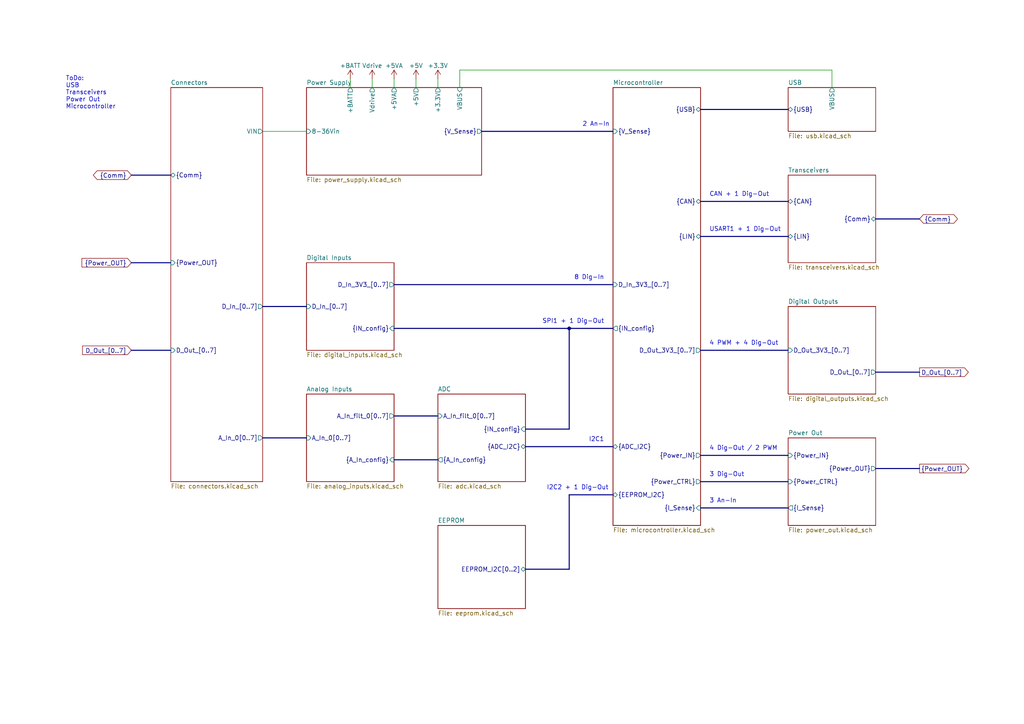
<source format=kicad_sch>
(kicad_sch (version 20230121) (generator eeschema)
  (paper "A4")
  (lib_symbols
    (symbol "power:+3.3V" (power) (pin_names (offset 0))
      (property "Value" "+3.3V" (at 0 3.556 0))
      (symbol "+3.3V_0_1"
        (polyline (pts (xy -0.762 1.27) (xy 0 2.54)))
        (polyline (pts (xy 0 0) (xy 0 2.54)))
        (polyline (pts (xy 0 2.54) (xy 0.762 1.27)))
      )
      (symbol "+3.3V_1_1"
        (pin power_in line (at 0 0 90) (length 0) hide (name "+3.3V") (number "1"))
      )
    )
    (symbol "power:+5V" (power) (pin_names (offset 0))
      (property "Value" "+5V" (at 0 3.556 0))
      (symbol "+5V_0_1"
        (polyline (pts (xy -0.762 1.27) (xy 0 2.54)))
        (polyline (pts (xy 0 0) (xy 0 2.54)))
        (polyline (pts (xy 0 2.54) (xy 0.762 1.27)))
      )
      (symbol "+5V_1_1"
        (pin power_in line (at 0 0 90) (length 0) hide (name "+5V") (number "1"))
      )
    )
    (symbol "power:+5VA" (power) (pin_names (offset 0))
      (property "Value" "+5VA" (at 0 3.556 0))
      (symbol "+5VA_0_1"
        (polyline (pts (xy -0.762 1.27) (xy 0 2.54)))
        (polyline (pts (xy 0 0) (xy 0 2.54)))
        (polyline (pts (xy 0 2.54) (xy 0.762 1.27)))
      )
      (symbol "+5VA_1_1"
        (pin power_in line (at 0 0 90) (length 0) hide (name "+5VA") (number "1"))
      )
    )
    (symbol "power:+BATT" (power) (pin_names (offset 0))
      (property "Value" "+BATT" (at 0 3.556 0))
      (symbol "+BATT_0_1"
        (polyline (pts (xy -0.762 1.27) (xy 0 2.54)))
        (polyline (pts (xy 0 0) (xy 0 2.54)))
        (polyline (pts (xy 0 2.54) (xy 0.762 1.27)))
      )
      (symbol "+BATT_1_1"
        (pin power_in line (at 0 0 90) (length 0) hide (name "+BATT") (number "1"))
      )
    )
    (symbol "power:Vdrive" (power) (pin_names (offset 0))
      (property "Value" "Vdrive" (at 0 3.81 0))
      (symbol "Vdrive_0_1"
        (polyline (pts (xy -0.762 1.27) (xy 0 2.54)))
        (polyline (pts (xy 0 0) (xy 0 2.54)))
        (polyline (pts (xy 0 2.54) (xy 0.762 1.27)))
      )
      (symbol "Vdrive_1_1"
        (pin power_in line (at 0 0 90) (length 0) hide (name "Vdrive") (number "1"))
      )
    )
  )
  (junction (at 165.1 95.25))
  (bus (pts (xy 203.2 132.08) (xy 228.6 132.08)))
  (bus (pts (xy 254 107.95) (xy 266.7 107.95)))
  (bus (pts (xy 254 135.89) (xy 266.7 135.89)))
  (wire (pts (xy 114.3 22.86) (xy 114.3 25.4)))
  (wire (pts (xy 120.65 22.86) (xy 120.65 25.4)))
  (wire (pts (xy 127 22.86) (xy 127 25.4)))
  (bus (pts (xy 165.1 124.46) (xy 165.1 95.25)))
  (bus (pts (xy 139.7 38.1) (xy 177.8 38.1)))
  (bus (pts (xy 152.4 129.54) (xy 177.8 129.54)))
  (bus (pts (xy 38.1 101.6) (xy 49.53 101.6)))
  (bus (pts (xy 165.1 95.25) (xy 114.3 95.25)))
  (bus (pts (xy 76.2 88.9) (xy 88.9 88.9)))
  (bus (pts (xy 152.4 124.46) (xy 165.1 124.46)))
  (bus (pts (xy 203.2 68.58) (xy 228.6 68.58)))
  (bus (pts (xy 76.2 127) (xy 88.9 127)))
  (bus (pts (xy 165.1 95.25) (xy 177.8 95.25)))
  (bus (pts (xy 49.53 50.8) (xy 38.1 50.8)))
  (bus (pts (xy 152.4 165.1) (xy 165.1 165.1)))
  (wire (pts (xy 133.35 20.32) (xy 133.35 25.4)))
  (bus (pts (xy 165.1 143.51) (xy 177.8 143.51)))
  (bus (pts (xy 203.2 58.42) (xy 228.6 58.42)))
  (bus (pts (xy 165.1 165.1) (xy 165.1 143.51)))
  (wire (pts (xy 76.2 38.1) (xy 88.9 38.1)))
  (bus (pts (xy 203.2 139.7) (xy 228.6 139.7)))
  (bus (pts (xy 203.2 31.75) (xy 228.6 31.75)))
  (wire (pts (xy 107.95 22.86) (xy 107.95 25.4)))
  (wire (pts (xy 101.6 22.86) (xy 101.6 25.4)))
  (wire (pts (xy 241.3 20.32) (xy 241.3 25.4)))
  (bus (pts (xy 114.3 120.65) (xy 127 120.65)))
  (bus (pts (xy 38.1 76.2) (xy 49.53 76.2)))
  (wire (pts (xy 133.35 20.32) (xy 241.3 20.32)))
  (bus (pts (xy 114.3 133.35) (xy 127 133.35)))
  (bus (pts (xy 203.2 147.32) (xy 228.6 147.32)))
  (bus (pts (xy 203.2 101.6) (xy 228.6 101.6)))
  (bus (pts (xy 114.3 82.55) (xy 177.8 82.55)))
  (bus (pts (xy 254 63.5) (xy 266.7 63.5)))
  (text "I2C1" (at 175.26 128.27 0) (effects (font (size 1.27 1.27)) (justify right bottom)))
  (text "SPI1 + 1 Dig-Out" (at 175.26 93.98 0) (effects (font (size 1.27 1.27)) (justify right bottom)))
  (text "3 An-In" (at 205.74 146.05 0) (effects (font (size 1.27 1.27)) (justify left bottom)))
  (text "CAN + 1 Dig-Out" (at 205.74 57.15 0) (effects (font (size 1.27 1.27)) (justify left bottom)))
  (text "4 Dig-Out / 2 PWM" (at 205.74 130.81 0) (effects (font (size 1.27 1.27)) (justify left bottom)))
  (text "USART1 + 1 Dig-Out" (at 205.74 67.31 0) (effects (font (size 1.27 1.27)) (justify left bottom)))
  (text "ToDo:\nUSB\nTransceivers\nPower Out\nMicrocontroller" (at 19.05 31.75 0) (effects (font (size 1.27 1.27)) (justify left bottom)))
  (text "I2C2 + 1 Dig-Out" (at 176.53 142.24 0) (effects (font (size 1.27 1.27)) (justify right bottom)))
  (text "3 Dig-Out" (at 205.74 138.43 0) (effects (font (size 1.27 1.27)) (justify left bottom)))
  (text "4 PWM + 4 Dig-Out" (at 205.74 100.33 0) (effects (font (size 1.27 1.27)) (justify left bottom)))
  (text "8 Dig-In\n" (at 175.26 81.28 0) (effects (font (size 1.27 1.27)) (justify right bottom)))
  (text "2 An-In" (at 168.91 36.83 0) (effects (font (size 1.27 1.27)) (justify left bottom)))
  (global_label "{Comm}" (shape bidirectional) (at 38.1 50.8 180) (property "Intersheetrefs" "${INTERSHEET_REFS}" (effects hide)))
  (global_label "{Power_OUT}" (shape output) (at 266.7 135.89 0) (property "Intersheetrefs" "${INTERSHEET_REFS}" (effects hide)))
  (global_label "{Comm}" (shape bidirectional) (at 266.7 63.5 0) (property "Intersheetrefs" "${INTERSHEET_REFS}" (effects hide)))
  (global_label "D_Out_[0..7]" (shape output) (at 266.7 107.95 0) (property "Intersheetrefs" "${INTERSHEET_REFS}" (effects hide)))
  (global_label "{Power_OUT}" (shape input) (at 38.1 76.2 180) (property "Intersheetrefs" "${INTERSHEET_REFS}" (effects hide)))
  (global_label "D_Out_[0..7]" (shape input) (at 38.1 101.6 180) (property "Intersheetrefs" "${INTERSHEET_REFS}" (effects hide)))
  (symbol (lib_id "power:+3.3V") (at 127 22.86 0) (unit 1)
    (property "Reference" "#PWR0105" (effects hide))
    (property "Value" "+3.3V" (at 127 19.05 0))
  )
  (symbol (lib_id "power:+5VA") (at 114.3 22.86 0) (unit 1)
    (property "Reference" "#PWR0103" (effects hide))
    (property "Value" "+5VA" (at 114.3 19.05 0))
  )
  (symbol (lib_id "power:Vdrive") (at 107.95 22.86 0) (unit 1)
    (property "Reference" "#PWR0102" (effects hide))
    (property "Value" "Vdrive" (at 107.95 19.05 0))
  )
  (symbol (lib_id "power:+BATT") (at 101.6 22.86 0) (unit 1)
    (property "Reference" "#PWR0101" (effects hide))
    (property "Value" "+BATT" (at 101.6 19.05 0))
  )
  (symbol (lib_id "power:+5V") (at 120.65 22.86 0) (unit 1)
    (property "Reference" "#PWR0104" (effects hide))
    (property "Value" "+5V" (at 120.65 19.05 0))
  )
  (sheet (at 49.53 25.4) (size 26.67 114.3) (stroke (width 0.1524))
    (property "Sheetname" "Connectors" (at 49.53 24.6884 0) (effects (justify left bottom)))
    (property "Sheetfile" "connectors.kicad_sch" (at 49.53 140.2846 0) (effects (justify left top)))
    (pin "VIN" output (at 76.2 38.1 0))
    (pin "D_Out_[0..7]" input (at 49.53 101.6 180))
    (pin "D_In_[0..7]" output (at 76.2 88.9 0))
    (pin "A_In_0[0..7]" output (at 76.2 127 0))
    (pin "{Comm}" bidirectional (at 49.53 50.8 180))
    (pin "{Power_OUT}" input (at 49.53 76.2 180))
  )
  (sheet (at 177.8 25.4) (size 25.4 127) (stroke (width 0.1524))
    (property "Sheetname" "Microcontroller" (at 177.8 24.6884 0) (effects (justify left bottom)))
    (property "Sheetfile" "microcontroller.kicad_sch" (at 177.8 152.9846 0) (effects (justify left top)))
    (pin "{ADC_I2C}" bidirectional (at 177.8 129.54 180))
    (pin "{EEPROM_I2C}" bidirectional (at 177.8 143.51 180))
    (pin "{IN_config}" output (at 177.8 95.25 180))
    (pin "D_In_3V3_[0..7]" input (at 177.8 82.55 180))
    (pin "{V_Sense}" input (at 177.8 38.1 180))
    (pin "{Power_IN}" output (at 203.2 132.08 0))
    (pin "{LIN}" bidirectional (at 203.2 68.58 0))
    (pin "D_Out_3V3_[0..7]" output (at 203.2 101.6 0))
    (pin "{USB}" bidirectional (at 203.2 31.75 0))
    (pin "{CAN}" bidirectional (at 203.2 58.42 0))
    (pin "{Power_CTRL}" output (at 203.2 139.7 0))
    (pin "{I_Sense}" input (at 203.2 147.32 0))
  )
  (sheet (at 127 114.3) (size 25.4 25.4) (stroke (width 0.1524))
    (property "Sheetname" "ADC" (at 127 113.5884 0) (effects (justify left bottom)))
    (property "Sheetfile" "adc.kicad_sch" (at 127 140.2846 0) (effects (justify left top)))
    (pin "{ADC_I2C}" bidirectional (at 152.4 129.54 0))
    (pin "{A_In_config}" output (at 127 133.35 180))
    (pin "A_In_filt_0[0..7]" input (at 127 120.65 180))
    (pin "{IN_config}" input (at 152.4 124.46 0))
  )
  (sheet (at 228.6 50.8) (size 25.4 25.4) (stroke (width 0.1524))
    (property "Sheetname" "Transceivers" (at 228.6 50.0884 0) (effects (justify left bottom)))
    (property "Sheetfile" "transceivers.kicad_sch" (at 228.6 76.7846 0) (effects (justify left top)))
    (pin "{Comm}" bidirectional (at 254 63.5 0))
    (pin "{CAN}" bidirectional (at 228.6 58.42 180))
    (pin "{LIN}" bidirectional (at 228.6 68.58 180))
  )
  (sheet (at 88.9 114.3) (size 25.4 25.4) (stroke (width 0.1524))
    (property "Sheetname" "Analog Inputs" (at 88.9 113.5884 0) (effects (justify left bottom)))
    (property "Sheetfile" "analog_inputs.kicad_sch" (at 88.9 140.2846 0) (effects (justify left top)))
    (pin "A_In_0[0..7]" input (at 88.9 127 180))
    (pin "{A_In_config}" input (at 114.3 133.35 0))
    (pin "A_In_filt_0[0..7]" output (at 114.3 120.65 0))
  )
  (sheet (at 88.9 25.4) (size 50.8 25.4) (stroke (width 0.1524))
    (property "Sheetname" "Power Supply" (at 88.9 24.6884 0) (effects (justify left bottom)))
    (property "Sheetfile" "power_supply.kicad_sch" (at 88.9 51.3846 0) (effects (justify left top)))
    (pin "+3.3V" output (at 127 25.4 90))
    (pin "+5VA" output (at 114.3 25.4 90))
    (pin "VBUS" input (at 133.35 25.4 90))
    (pin "8-36Vin" input (at 88.9 38.1 180))
    (pin "+5V" output (at 120.65 25.4 90))
    (pin "Vdrive" output (at 107.95 25.4 90))
    (pin "+BATT" output (at 101.6 25.4 90))
    (pin "{V_Sense}" output (at 139.7 38.1 0))
  )
  (sheet (at 228.6 25.4) (size 25.4 12.7) (stroke (width 0.1524))
    (property "Sheetname" "USB" (at 228.6 24.6884 0) (effects (justify left bottom)))
    (property "Sheetfile" "usb.kicad_sch" (at 228.6 38.6846 0) (effects (justify left top)))
    (pin "VBUS" output (at 241.3 25.4 90))
    (pin "{USB}" bidirectional (at 228.6 31.75 180))
  )
  (sheet (at 228.6 88.9) (size 25.4 25.4) (stroke (width 0.1524))
    (property "Sheetname" "Digital Outputs" (at 228.6 88.1884 0) (effects (justify left bottom)))
    (property "Sheetfile" "digital_outputs.kicad_sch" (at 228.6 114.8846 0) (effects (justify left top)))
    (pin "D_Out_[0..7]" output (at 254 107.95 0))
    (pin "D_Out_3V3_[0..7]" input (at 228.6 101.6 180))
  )
  (sheet (at 228.6 127) (size 25.4 25.4) (stroke (width 0.1524))
    (property "Sheetname" "Power Out" (at 228.6 126.2884 0) (effects (justify left bottom)))
    (property "Sheetfile" "power_out.kicad_sch" (at 228.6 152.9846 0) (effects (justify left top)))
    (pin "{Power_CTRL}" input (at 228.6 139.7 180))
    (pin "{Power_IN}" input (at 228.6 132.08 180))
    (pin "{I_Sense}" output (at 228.6 147.32 180))
    (pin "{Power_OUT}" output (at 254 135.89 0))
  )
  (sheet (at 88.9 76.2) (size 25.4 25.4) (stroke (width 0.1524))
    (property "Sheetname" "Digital Inputs" (at 88.9 75.4884 0) (effects (justify left bottom)))
    (property "Sheetfile" "digital_inputs.kicad_sch" (at 88.9 102.1846 0) (effects (justify left top)))
    (pin "{IN_config}" input (at 114.3 95.25 0))
    (pin "D_In_[0..7]" input (at 88.9 88.9 180))
    (pin "D_In_3V3_[0..7]" output (at 114.3 82.55 0))
  )
  (sheet (at 127 152.4) (size 25.4 24.13) (stroke (width 0.1524))
    (property "Sheetname" "EEPROM" (at 127 151.6884 0) (effects (justify left bottom)))
    (property "Sheetfile" "eeprom.kicad_sch" (at 127 177.1146 0) (effects (justify left top)))
    (pin "EEPROM_I2C[0..2]" bidirectional (at 152.4 165.1 0))
  )
)
</source>
